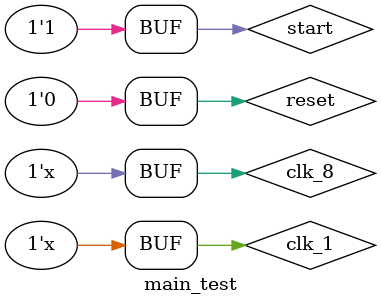
<source format=v>
`timescale 1ns / 1ps

module main_test;

	// Inputs
	reg clk_1;
	reg clk_8;
	reg reset;
	reg start;

	// Instantiate the Unit Under Test (UUT)
	main uut (
		.clk_1(clk_1), 
		.clk_8(clk_8), 
		.reset(reset), 
		.start(start)
	);

	always #1 clk_1 = ~clk_1;
	always #10 clk_8 = ~clk_8;

	initial begin
		clk_1 = 1;
		clk_8 = 1;
		reset = 0;
		start = 1;
	end	

endmodule


</source>
